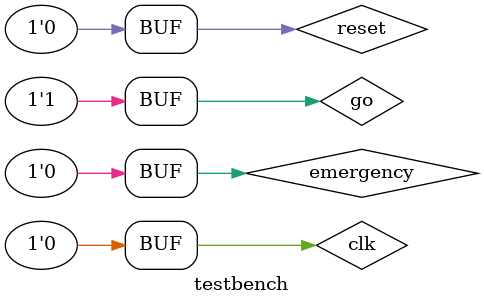
<source format=v>
`timescale 1ns / 1ps


module testbench();
reg clk;
reg reset;
reg go; //Æô¶¯ÔÝÍ£ÐÅºÅ
reg emergency; //½ô¼±Çé¿ö£¬ÁÁºìµÆ
wire [7:0] sseg;
wire [3:0] an;
wire redout_2,yellowout_2,greenout_2;
wire redout_1,yellowout_1,greenout_1;
wire s_tick;

Traffic_lights_ce #(.DVSR(5))
U_Traffic_lights_ce
(
.clk(clk),
.reset(reset),
.go(go),
.emergency(emergency),
.sseg(sseg),
.an(an),
.redout_2(redout_2),
.yellowout_2(yellowout_2),
.greenout_2(greenout_2),
.redout_1(redout_1),
.yellowout_1(yellowout_1),
.greenout_1(greenout_1)
);

parameter T = 4;

always begin
    clk = 1'b1;
    #(T/2);
    clk = 1'b0;
    #(T/2);
end

initial begin
    reset = 1'b1;
    emergency = 1'b0;
    go = 1'b0;
    #(1.5*T);
    reset = 1'b0;
    #(T);
    go = 1'b1;
    #(19.4*T);
    emergency = 1'b0;
    #(100*T);
    emergency = 1'b0;
    #(100*T);
    go = 1'b0;
    #(100*T);
    go = 1'b1;
    #(100*T);
    emergency = 1'b1;
    #(500*T);
    emergency = 1'b0;
    
end

endmodule

</source>
